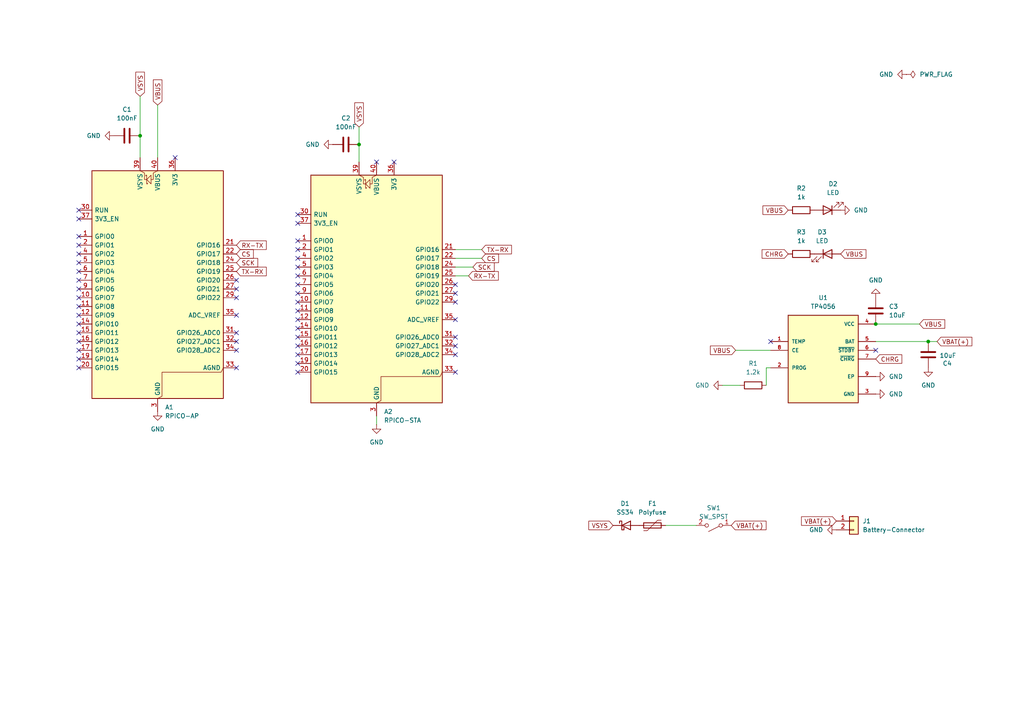
<source format=kicad_sch>
(kicad_sch (version 20250114) (generator "eeschema") (generator_version "9.0")
  (paper "A4")
  (lib_symbols
    (symbol "Connector_Generic:Conn_01x02" (pin_names (offset 1.016) (hide yes))
      (property "Reference" "J" (at 0 2.54 0))
      (property "Value" "Conn_01x02" (at 0 -5.08 0))
      (symbol "Conn_01x02_1_1"
        (rectangle (start -1.27 1.27) (end 1.27 -3.81) (stroke (width 0.254)) (fill (type background)))
        (rectangle (start -1.27 0.127) (end 0 -0.127) (stroke (width 0.1524)))
        (rectangle (start -1.27 -2.413) (end 0 -2.667) (stroke (width 0.1524)))
        (pin passive line (at -5.08 0 0) (length 3.81) (name "Pin_1") (number "1"))
        (pin passive line (at -5.08 -2.54 0) (length 3.81) (name "Pin_2") (number "2"))
      )
    )
    (symbol "Device:C" (pin_numbers (hide yes)) (pin_names (offset 0.254))
      (property "Reference" "C" (at 0.635 2.54 0))
      (property "Value" "C" (at 0.635 -2.54 0))
      (symbol "C_0_1"
        (polyline (pts (xy -2.032 0.762) (xy 2.032 0.762)) (stroke (width 0.508)))
        (polyline (pts (xy -2.032 -0.762) (xy 2.032 -0.762)) (stroke (width 0.508)))
      )
      (symbol "C_1_1"
        (pin passive line (at 0 3.81 270) (length 2.794) (name "~") (number "1"))
        (pin passive line (at 0 -3.81 90) (length 2.794) (name "~") (number "2"))
      )
    )
    (symbol "Device:LED" (pin_numbers (hide yes)) (pin_names (offset 1.016) (hide yes))
      (property "Reference" "D" (at 0 2.54 0))
      (property "Value" "LED" (at 0 -2.54 0))
      (symbol "LED_0_1"
        (polyline (pts (xy -3.048 -0.762) (xy -4.572 -2.286) (xy -3.81 -2.286) (xy -4.572 -2.286) (xy -4.572 -1.524)))
        (polyline (pts (xy -1.778 -0.762) (xy -3.302 -2.286) (xy -2.54 -2.286) (xy -3.302 -2.286) (xy -3.302 -1.524)))
        (polyline (pts (xy -1.27 0) (xy 1.27 0)))
        (polyline (pts (xy -1.27 -1.27) (xy -1.27 1.27)) (stroke (width 0.254)))
        (polyline (pts (xy 1.27 -1.27) (xy 1.27 1.27) (xy -1.27 0) (xy 1.27 -1.27)) (stroke (width 0.254)))
      )
      (symbol "LED_1_1"
        (pin passive line (at -3.81 0 0) (length 2.54) (name "K") (number "1"))
        (pin passive line (at 3.81 0 180) (length 2.54) (name "A") (number "2"))
      )
    )
    (symbol "Device:Polyfuse" (pin_numbers (hide yes)) (pin_names (offset 0))
      (property "Reference" "F" (at -2.54 0 90))
      (property "Value" "Polyfuse" (at 2.54 0 90))
      (symbol "Polyfuse_0_1"
        (polyline (pts (xy -1.524 2.54) (xy -1.524 1.524) (xy 1.524 -1.524) (xy 1.524 -2.54)))
        (rectangle (start -0.762 2.54) (end 0.762 -2.54) (stroke (width 0.254)))
        (polyline (pts (xy 0 2.54) (xy 0 -2.54)))
      )
      (symbol "Polyfuse_1_1"
        (pin passive line (at 0 3.81 270) (length 1.27) (name "~") (number "1"))
        (pin passive line (at 0 -3.81 90) (length 1.27) (name "~") (number "2"))
      )
    )
    (symbol "Device:R" (pin_numbers (hide yes)) (pin_names (offset 0))
      (property "Reference" "R" (at 2.032 0 90))
      (property "Value" "R" (at 0 0 90))
      (symbol "R_0_1"
        (rectangle (start -1.016 -2.54) (end 1.016 2.54) (stroke (width 0.254)))
      )
      (symbol "R_1_1"
        (pin passive line (at 0 3.81 270) (length 1.27) (name "~") (number "1"))
        (pin passive line (at 0 -3.81 90) (length 1.27) (name "~") (number "2"))
      )
    )
    (symbol "Diode:SS34" (pin_numbers (hide yes)) (pin_names (offset 1.016) (hide yes))
      (property "Reference" "D" (at 0 2.54 0))
      (property "Value" "SS34" (at 0 -2.54 0))
      (symbol "SS34_0_1"
        (polyline (pts (xy -1.905 0.635) (xy -1.905 1.27) (xy -1.27 1.27) (xy -1.27 -1.27) (xy -0.635 -1.27) (xy -0.635 -0.635)) (stroke (width 0.254)))
        (polyline (pts (xy 1.27 1.27) (xy 1.27 -1.27) (xy -1.27 0) (xy 1.27 1.27)) (stroke (width 0.254)))
        (polyline (pts (xy 1.27 0) (xy -1.27 0)))
      )
      (symbol "SS34_1_1"
        (pin passive line (at -3.81 0 0) (length 2.54) (name "K") (number "1"))
        (pin passive line (at 3.81 0 180) (length 2.54) (name "A") (number "2"))
      )
    )
    (symbol "GND_1" (power) (pin_numbers (hide yes)) (pin_names (offset 0) (hide yes))
      (property "Value" "GND" (at 0 -5.08 0))
      (symbol "GND_1_0_1"
        (polyline (pts (xy 0 0) (xy 0 -1.27) (xy 1.27 -1.27) (xy 0 -2.54) (xy -1.27 -1.27) (xy 0 -1.27)))
      )
      (symbol "GND_1_1_1"
        (pin power_in line (at 0 0 270) (length 0) (name "~") (number "1"))
      )
    )
    (symbol "MCU_Module:RaspberryPi_Pico" (pin_names (offset 0.762))
      (property "Reference" "A2" (at 2.1433 -34.29 0))
      (property "Value" "RPICO-STA" (at 2.1433 -36.83 0))
      (symbol "RaspberryPi_Pico_0_1"
        (rectangle (start -19.05 34.29) (end 19.05 -31.75) (stroke (width 0.254)) (fill (type background)))
        (polyline (pts (xy -5.08 34.29) (xy -3.81 33.655) (xy -3.81 31.75) (xy -3.175 31.75)))
        (polyline (pts (xy -3.429 32.766) (xy -3.429 33.02) (xy -3.175 33.02) (xy -3.175 30.48) (xy -2.921 30.48) (xy -2.921 30.734)))
        (polyline (pts (xy -3.175 31.75) (xy -1.905 33.02) (xy -1.905 30.48) (xy -3.175 31.75)))
        (polyline (pts (xy 0 34.29) (xy -1.27 33.655) (xy -1.27 31.75) (xy -1.905 31.75)))
        (polyline (pts (xy 0 -31.75) (xy 1.27 -31.115) (xy 1.27 -24.13) (xy 18.415 -24.13) (xy 19.05 -22.86)))
      )
      (symbol "RaspberryPi_Pico_1_1"
        (pin passive line (at -22.86 22.86 0) (length 3.81) (name "RUN") (number "30"))
        (pin passive line (at -22.86 20.32 0) (length 3.81) (name "3V3_EN") (number "37"))
        (pin bidirectional line (at -22.86 15.24 0) (length 3.81) (name "GPIO0") (number "1"))
        (pin bidirectional line (at -22.86 12.7 0) (length 3.81) (name "GPIO1") (number "2"))
        (pin bidirectional line (at -22.86 10.16 0) (length 3.81) (name "GPIO2") (number "4"))
        (pin bidirectional line (at -22.86 7.62 0) (length 3.81) (name "GPIO3") (number "5"))
        (pin bidirectional line (at -22.86 5.08 0) (length 3.81) (name "GPIO4") (number "6"))
        (pin bidirectional line (at -22.86 2.54 0) (length 3.81) (name "GPIO5") (number "7"))
        (pin bidirectional line (at -22.86 0 0) (length 3.81) (name "GPIO6") (number "9"))
        (pin bidirectional line (at -22.86 -2.54 0) (length 3.81) (name "GPIO7") (number "10"))
        (pin bidirectional line (at -22.86 -5.08 0) (length 3.81) (name "GPIO8") (number "11"))
        (pin bidirectional line (at -22.86 -7.62 0) (length 3.81) (name "GPIO9") (number "12"))
        (pin bidirectional line (at -22.86 -10.16 0) (length 3.81) (name "GPIO10") (number "14"))
        (pin bidirectional line (at -22.86 -12.7 0) (length 3.81) (name "GPIO11") (number "15"))
        (pin bidirectional line (at -22.86 -15.24 0) (length 3.81) (name "GPIO12") (number "16"))
        (pin bidirectional line (at -22.86 -17.78 0) (length 3.81) (name "GPIO13") (number "17"))
        (pin bidirectional line (at -22.86 -20.32 0) (length 3.81) (name "GPIO14") (number "19"))
        (pin bidirectional line (at -22.86 -22.86 0) (length 3.81) (name "GPIO15") (number "20"))
        (pin passive line (at -5.08 38.1 270) (length 3.81) (name "VSYS") (number "39"))
        (pin power_out line (at 0 38.1 270) (length 3.81) (name "VBUS") (number "40"))
        (pin passive line (at 0 -35.56 90) (length 3.81) (hide yes) (name "GND") (number "13"))
        (pin passive line (at 0 -35.56 90) (length 3.81) (hide yes) (name "GND") (number "18"))
        (pin passive line (at 0 -35.56 90) (length 3.81) (hide yes) (name "GND") (number "23"))
        (pin passive line (at 0 -35.56 90) (length 3.81) (hide yes) (name "GND") (number "28"))
        (pin passive line (at 0 -35.56 90) (length 3.81) (name "GND") (number "3"))
        (pin passive line (at 0 -35.56 90) (length 3.81) (hide yes) (name "GND") (number "38"))
        (pin passive line (at 0 -35.56 90) (length 3.81) (hide yes) (name "GND") (number "8"))
        (pin power_out line (at 5.08 38.1 270) (length 3.81) (name "3V3") (number "36"))
        (pin bidirectional line (at 22.86 12.7 180) (length 3.81) (name "GPIO16") (number "21"))
        (pin bidirectional line (at 22.86 10.16 180) (length 3.81) (name "GPIO17") (number "22"))
        (pin bidirectional line (at 22.86 7.62 180) (length 3.81) (name "GPIO18") (number "24"))
        (pin bidirectional line (at 22.86 5.08 180) (length 3.81) (name "GPIO19") (number "25"))
        (pin bidirectional line (at 22.86 2.54 180) (length 3.81) (name "GPIO20") (number "26"))
        (pin bidirectional line (at 22.86 0 180) (length 3.81) (name "GPIO21") (number "27"))
        (pin bidirectional line (at 22.86 -2.54 180) (length 3.81) (name "GPIO22") (number "29"))
        (pin power_in line (at 22.86 -7.62 180) (length 3.81) (name "ADC_VREF") (number "35"))
        (pin bidirectional line (at 22.86 -12.7 180) (length 3.81) (name "GPIO26_ADC0") (number "31"))
        (pin bidirectional line (at 22.86 -15.24 180) (length 3.81) (name "GPIO27_ADC1") (number "32"))
        (pin bidirectional line (at 22.86 -17.78 180) (length 3.81) (name "GPIO28_ADC2") (number "34"))
        (pin power_out line (at 22.86 -22.86 180) (length 3.81) (name "AGND") (number "33"))
      )
    )
    (symbol "RaspberryPi_Pico_1" (pin_names (offset 0.762))
      (property "Reference" "A1" (at 2.1433 -34.29 0))
      (property "Value" "RPICO-AP" (at 2.1433 -36.83 0))
      (symbol "RaspberryPi_Pico_1_0_1"
        (rectangle (start -19.05 34.29) (end 19.05 -31.75) (stroke (width 0.254)) (fill (type background)))
        (polyline (pts (xy -5.08 34.29) (xy -3.81 33.655) (xy -3.81 31.75) (xy -3.175 31.75)))
        (polyline (pts (xy -3.429 32.766) (xy -3.429 33.02) (xy -3.175 33.02) (xy -3.175 30.48) (xy -2.921 30.48) (xy -2.921 30.734)))
        (polyline (pts (xy -3.175 31.75) (xy -1.905 33.02) (xy -1.905 30.48) (xy -3.175 31.75)))
        (polyline (pts (xy 0 34.29) (xy -1.27 33.655) (xy -1.27 31.75) (xy -1.905 31.75)))
        (polyline (pts (xy 0 -31.75) (xy 1.27 -31.115) (xy 1.27 -24.13) (xy 18.415 -24.13) (xy 19.05 -22.86)))
      )
      (symbol "RaspberryPi_Pico_1_1_1"
        (pin passive line (at -22.86 22.86 0) (length 3.81) (name "RUN") (number "30"))
        (pin passive line (at -22.86 20.32 0) (length 3.81) (name "3V3_EN") (number "37"))
        (pin bidirectional line (at -22.86 15.24 0) (length 3.81) (name "GPIO0") (number "1"))
        (pin bidirectional line (at -22.86 12.7 0) (length 3.81) (name "GPIO1") (number "2"))
        (pin bidirectional line (at -22.86 10.16 0) (length 3.81) (name "GPIO2") (number "4"))
        (pin bidirectional line (at -22.86 7.62 0) (length 3.81) (name "GPIO3") (number "5"))
        (pin bidirectional line (at -22.86 5.08 0) (length 3.81) (name "GPIO4") (number "6"))
        (pin bidirectional line (at -22.86 2.54 0) (length 3.81) (name "GPIO5") (number "7"))
        (pin bidirectional line (at -22.86 0 0) (length 3.81) (name "GPIO6") (number "9"))
        (pin bidirectional line (at -22.86 -2.54 0) (length 3.81) (name "GPIO7") (number "10"))
        (pin bidirectional line (at -22.86 -5.08 0) (length 3.81) (name "GPIO8") (number "11"))
        (pin bidirectional line (at -22.86 -7.62 0) (length 3.81) (name "GPIO9") (number "12"))
        (pin bidirectional line (at -22.86 -10.16 0) (length 3.81) (name "GPIO10") (number "14"))
        (pin bidirectional line (at -22.86 -12.7 0) (length 3.81) (name "GPIO11") (number "15"))
        (pin bidirectional line (at -22.86 -15.24 0) (length 3.81) (name "GPIO12") (number "16"))
        (pin bidirectional line (at -22.86 -17.78 0) (length 3.81) (name "GPIO13") (number "17"))
        (pin bidirectional line (at -22.86 -20.32 0) (length 3.81) (name "GPIO14") (number "19"))
        (pin bidirectional line (at -22.86 -22.86 0) (length 3.81) (name "GPIO15") (number "20"))
        (pin passive line (at -5.08 38.1 270) (length 3.81) (name "VSYS") (number "39"))
        (pin power_out line (at 0 38.1 270) (length 3.81) (name "VBUS") (number "40"))
        (pin passive line (at 0 -35.56 90) (length 3.81) (hide yes) (name "GND") (number "13"))
        (pin passive line (at 0 -35.56 90) (length 3.81) (hide yes) (name "GND") (number "18"))
        (pin passive line (at 0 -35.56 90) (length 3.81) (hide yes) (name "GND") (number "23"))
        (pin passive line (at 0 -35.56 90) (length 3.81) (hide yes) (name "GND") (number "28"))
        (pin passive line (at 0 -35.56 90) (length 3.81) (name "GND") (number "3"))
        (pin passive line (at 0 -35.56 90) (length 3.81) (hide yes) (name "GND") (number "38"))
        (pin passive line (at 0 -35.56 90) (length 3.81) (hide yes) (name "GND") (number "8"))
        (pin power_out line (at 5.08 38.1 270) (length 3.81) (name "3V3") (number "36"))
        (pin bidirectional line (at 22.86 12.7 180) (length 3.81) (name "GPIO16") (number "21"))
        (pin bidirectional line (at 22.86 10.16 180) (length 3.81) (name "GPIO17") (number "22"))
        (pin bidirectional line (at 22.86 7.62 180) (length 3.81) (name "GPIO18") (number "24"))
        (pin bidirectional line (at 22.86 5.08 180) (length 3.81) (name "GPIO19") (number "25"))
        (pin bidirectional line (at 22.86 2.54 180) (length 3.81) (name "GPIO20") (number "26"))
        (pin bidirectional line (at 22.86 0 180) (length 3.81) (name "GPIO21") (number "27"))
        (pin bidirectional line (at 22.86 -2.54 180) (length 3.81) (name "GPIO22") (number "29"))
        (pin power_in line (at 22.86 -7.62 180) (length 3.81) (name "ADC_VREF") (number "35"))
        (pin bidirectional line (at 22.86 -12.7 180) (length 3.81) (name "GPIO26_ADC0") (number "31"))
        (pin bidirectional line (at 22.86 -15.24 180) (length 3.81) (name "GPIO27_ADC1") (number "32"))
        (pin bidirectional line (at 22.86 -17.78 180) (length 3.81) (name "GPIO28_ADC2") (number "34"))
        (pin power_out line (at 22.86 -22.86 180) (length 3.81) (name "AGND") (number "33"))
      )
    )
    (symbol "Switch:SW_SPST" (pin_names (offset 0) (hide yes))
      (property "Reference" "SW" (at 0 3.175 0))
      (property "Value" "SW_SPST" (at 0 -2.54 0))
      (symbol "SW_SPST_0_0"
        (circle (center -2.032 0) (radius 0.508))
        (polyline (pts (xy -1.524 0.254) (xy 1.524 1.778)))
        (circle (center 2.032 0) (radius 0.508))
      )
      (symbol "SW_SPST_1_1"
        (pin passive line (at -5.08 0 0) (length 2.54) (name "A") (number "1"))
        (pin passive line (at 5.08 0 180) (length 2.54) (name "B") (number "2"))
      )
    )
    (symbol "TP4056:TP4056" (pin_names (offset 1.016))
      (property "Reference" "U" (at -10.16 13.208 0))
      (property "Value" "TP4056" (at -10.16 -15.24 0))
      (symbol "TP4056_0_0"
        (rectangle (start -10.16 -12.7) (end 10.16 12.7) (stroke (width 0.254)) (fill (type background)))
        (pin input line (at -15.24 5.08 0) (length 5.08) (name "TEMP") (number "1"))
        (pin input line (at -15.24 2.54 0) (length 5.08) (name "CE") (number "8"))
        (pin bidirectional line (at -15.24 -2.54 0) (length 5.08) (name "PROG") (number "2"))
        (pin power_in line (at 15.24 10.16 180) (length 5.08) (name "VCC") (number "4"))
        (pin output line (at 15.24 5.08 180) (length 5.08) (name "BAT") (number "5"))
        (pin output line (at 15.24 2.54 180) (length 5.08) (name "~{STDBY}") (number "6"))
        (pin output line (at 15.24 0 180) (length 5.08) (name "~{CHRG}") (number "7"))
        (pin passive line (at 15.24 -5.08 180) (length 5.08) (name "EP") (number "9"))
        (pin power_in line (at 15.24 -10.16 180) (length 5.08) (name "GND") (number "3"))
      )
    )
    (symbol "power:GND" (power) (pin_numbers (hide yes)) (pin_names (offset 0) (hide yes))
      (property "Value" "GND" (at 0 -3.81 0))
      (symbol "GND_0_1"
        (polyline (pts (xy 0 0) (xy 0 -1.27) (xy 1.27 -1.27) (xy 0 -2.54) (xy -1.27 -1.27) (xy 0 -1.27)))
      )
      (symbol "GND_1_1"
        (pin power_in line (at 0 0 270) (length 0) (name "~") (number "1"))
      )
    )
    (symbol "power:PWR_FLAG" (power) (pin_numbers (hide yes)) (pin_names (offset 0) (hide yes))
      (property "Value" "PWR_FLAG" (at 0 3.81 0))
      (symbol "PWR_FLAG_0_0"
        (pin power_out line (at 0 0 90) (length 0) (name "~") (number "1"))
      )
      (symbol "PWR_FLAG_0_1"
        (polyline (pts (xy 0 0) (xy 0 1.27) (xy -1.016 1.905) (xy 0 2.54) (xy 1.016 1.905) (xy 0 1.27)))
      )
    )
  )
  (junction (at 104.14 41.91))
  (junction (at 254 93.98))
  (junction (at 269.24 99.06))
  (junction (at 40.64 39.37))
  (no_connect (at 86.36 80.01))
  (no_connect (at 50.8 45.72))
  (no_connect (at 86.36 74.93))
  (no_connect (at 86.36 69.85))
  (no_connect (at 86.36 92.71))
  (no_connect (at 132.08 102.87))
  (no_connect (at 22.86 93.98))
  (no_connect (at 132.08 107.95))
  (no_connect (at 68.58 106.68))
  (no_connect (at 86.36 77.47))
  (no_connect (at 68.58 86.36))
  (no_connect (at 86.36 82.55))
  (no_connect (at 22.86 88.9))
  (no_connect (at 22.86 78.74))
  (no_connect (at 132.08 87.63))
  (no_connect (at 86.36 62.23))
  (no_connect (at 68.58 91.44))
  (no_connect (at 22.86 101.6))
  (no_connect (at 68.58 101.6))
  (no_connect (at 22.86 63.5))
  (no_connect (at 254 101.6))
  (no_connect (at 114.3 46.99))
  (no_connect (at 22.86 76.2))
  (no_connect (at 22.86 60.96))
  (no_connect (at 86.36 107.95))
  (no_connect (at 68.58 96.52))
  (no_connect (at 22.86 68.58))
  (no_connect (at 22.86 81.28))
  (no_connect (at 86.36 97.79))
  (no_connect (at 86.36 87.63))
  (no_connect (at 86.36 102.87))
  (no_connect (at 22.86 83.82))
  (no_connect (at 132.08 92.71))
  (no_connect (at 22.86 104.14))
  (no_connect (at 86.36 100.33))
  (no_connect (at 223.52 99.06))
  (no_connect (at 22.86 96.52))
  (no_connect (at 86.36 90.17))
  (no_connect (at 86.36 72.39))
  (no_connect (at 132.08 85.09))
  (no_connect (at 68.58 81.28))
  (no_connect (at 86.36 95.25))
  (no_connect (at 132.08 82.55))
  (no_connect (at 109.22 46.99))
  (no_connect (at 132.08 97.79))
  (no_connect (at 86.36 105.41))
  (no_connect (at 22.86 86.36))
  (no_connect (at 22.86 71.12))
  (no_connect (at 68.58 83.82))
  (no_connect (at 86.36 85.09))
  (no_connect (at 22.86 106.68))
  (no_connect (at 132.08 100.33))
  (no_connect (at 22.86 99.06))
  (no_connect (at 22.86 91.44))
  (no_connect (at 86.36 64.77))
  (no_connect (at 22.86 73.66))
  (no_connect (at 68.58 99.06))
  (wire (pts (xy 132.08 74.93) (xy 139.7 74.93)))
  (wire (pts (xy 222.25 106.68) (xy 223.52 106.68)))
  (wire (pts (xy 104.14 36.83) (xy 104.14 41.91)))
  (wire (pts (xy 222.25 111.76) (xy 222.25 106.68)))
  (wire (pts (xy 45.72 30.48) (xy 45.72 45.72)))
  (wire (pts (xy 109.22 123.19) (xy 109.22 120.65)))
  (wire (pts (xy 266.7 93.98) (xy 254 93.98)))
  (wire (pts (xy 209.55 111.76) (xy 214.63 111.76)))
  (wire (pts (xy 254 99.06) (xy 269.24 99.06)))
  (wire (pts (xy 269.24 99.06) (xy 271.78 99.06)))
  (wire (pts (xy 40.64 27.94) (xy 40.64 39.37)))
  (wire (pts (xy 132.08 80.01) (xy 135.89 80.01)))
  (wire (pts (xy 213.36 101.6) (xy 223.52 101.6)))
  (wire (pts (xy 132.08 77.47) (xy 137.16 77.47)))
  (wire (pts (xy 104.14 41.91) (xy 104.14 46.99)))
  (wire (pts (xy 40.64 39.37) (xy 40.64 45.72)))
  (wire (pts (xy 193.04 152.4) (xy 201.93 152.4)))
  (wire (pts (xy 132.08 72.39) (xy 139.7 72.39)))
  (global_label "VBUS" (shape input) (at 243.84 73.66 0) (property "Intersheetrefs" "${INTERSHEET_REFS}" (effects (hide yes))))
  (global_label "TX-RX" (shape input) (at 139.7 72.39 0) (property "Intersheetrefs" "${INTERSHEET_REFS}" (effects (hide yes))))
  (global_label "TX-RX" (shape input) (at 68.58 78.74 0) (property "Intersheetrefs" "${INTERSHEET_REFS}" (effects (hide yes))))
  (global_label "VSYS" (shape input) (at 177.8 152.4 180) (property "Intersheetrefs" "${INTERSHEET_REFS}" (effects (hide yes))))
  (global_label "CS" (shape input) (at 68.58 73.66 0) (property "Intersheetrefs" "${INTERSHEET_REFS}" (effects (hide yes))))
  (global_label "SCK" (shape input) (at 68.58 76.2 0) (property "Intersheetrefs" "${INTERSHEET_REFS}" (effects (hide yes))))
  (global_label "CHRG" (shape input) (at 254 104.14 0) (property "Intersheetrefs" "${INTERSHEET_REFS}" (effects (hide yes))))
  (global_label "VBUS" (shape input) (at 213.36 101.6 180) (property "Intersheetrefs" "${INTERSHEET_REFS}" (effects (hide yes))))
  (global_label "CHRG" (shape input) (at 228.6 73.66 180) (property "Intersheetrefs" "${INTERSHEET_REFS}" (effects (hide yes))))
  (global_label "VBAT(+)" (shape input) (at 242.57 151.13 180) (property "Intersheetrefs" "${INTERSHEET_REFS}" (effects (hide yes))))
  (global_label "CS" (shape input) (at 139.7 74.93 0) (property "Intersheetrefs" "${INTERSHEET_REFS}" (effects (hide yes))))
  (global_label "RX-TX" (shape input) (at 135.89 80.01 0) (property "Intersheetrefs" "${INTERSHEET_REFS}" (effects (hide yes))))
  (global_label "VBAT(+)" (shape input) (at 212.09 152.4 0) (property "Intersheetrefs" "${INTERSHEET_REFS}" (effects (hide yes))))
  (global_label "VSYS" (shape input) (at 104.14 36.83 90) (property "Intersheetrefs" "${INTERSHEET_REFS}" (effects (hide yes))))
  (global_label "VBUS" (shape input) (at 228.6 60.96 180) (property "Intersheetrefs" "${INTERSHEET_REFS}" (effects (hide yes))))
  (global_label "VBAT(+)" (shape input) (at 271.78 99.06 0) (property "Intersheetrefs" "${INTERSHEET_REFS}" (effects (hide yes))))
  (global_label "RX-TX" (shape input) (at 68.58 71.12 0) (property "Intersheetrefs" "${INTERSHEET_REFS}" (effects (hide yes))))
  (global_label "VSYS" (shape input) (at 40.64 27.94 90) (property "Intersheetrefs" "${INTERSHEET_REFS}" (effects (hide yes))))
  (global_label "VBUS" (shape input) (at 45.72 30.48 90) (property "Intersheetrefs" "${INTERSHEET_REFS}" (effects (hide yes))))
  (global_label "SCK" (shape input) (at 137.16 77.47 0) (property "Intersheetrefs" "${INTERSHEET_REFS}" (effects (hide yes))))
  (global_label "VBUS" (shape input) (at 266.7 93.98 0) (property "Intersheetrefs" "${INTERSHEET_REFS}" (effects (hide yes))))
  (symbol (lib_id "TP4056:TP4056") (at 238.76 104.14 0) (unit 1)
    (property "Reference" "U1" (at 238.76 86.36 0))
    (property "Value" "TP4056" (at 238.76 88.9 0))
    (property "Footprint" "TP4056:SOP127P600X175-9N" (effects (hide yes)))
    (property "MF" "NanJing Top Power ASIC Corp." (effects (hide yes)))
    (property "MAXIMUM_PACKAGE_HEIGHT" "1.75mm" (effects (hide yes)))
    (property "Package" "Package" (effects (hide yes)))
    (property "Price" "None" (effects (hide yes)))
    (property "Check_prices" "https://www.snapeda.com/parts/TP4056/NanJing+Top+Power+ASIC+Corp./view-part/?ref=eda" (effects (hide yes)))
    (property "STANDARD" "IPC 7351B" (effects (hide yes)))
    (property "SnapEDA_Link" "https://www.snapeda.com/parts/TP4056/NanJing+Top+Power+ASIC+Corp./view-part/?ref=snap" (effects (hide yes)))
    (property "MP" "TP4056" (effects (hide yes)))
    (property "Description_1" "Complete single cell Li-Ion battery with a constant current / constant voltage linear charger" (effects (hide yes)))
    (property "Availability" "Not in stock" (effects (hide yes)))
    (property "MANUFACTURER" "NanJing Top Power ASIC Corp." (effects (hide yes)))
  )
  (symbol (lib_id "power:GND") (at 109.22 123.19 0) (unit 1)
    (property "Reference" "#PWR07" (effects (hide yes)))
    (property "Value" "GND" (at 109.22 128.27 0))
    (property "Description" "Power symbol creates a global label with name \"GND\" , ground" (effects (hide yes)))
  )
  (symbol (lib_id "power:GND") (at 254 109.22 90) (unit 1)
    (property "Reference" "#PWR09" (effects (hide yes)))
    (property "Value" "GND" (at 257.81 109.2199 90) (effects (justify right)))
    (property "Description" "Power symbol creates a global label with name \"GND\" , ground" (effects (hide yes)))
  )
  (symbol (lib_id "MCU_Module:RaspberryPi_Pico") (at 109.22 85.09 0) (unit 1)
    (property "Reference" "A2" (at 111.3633 119.38 0) (effects (justify left)))
    (property "Value" "RPICO-STA" (at 111.3633 121.92 0) (effects (justify left)))
    (property "Footprint" "Module:RaspberryPi_Pico_Common_THT" (effects (hide yes)))
    (property "Datasheet" "https://datasheets.raspberrypi.com/pico/pico-datasheet.pdf" (effects (hide yes)))
    (property "Description" "Versatile and inexpensive microcontroller module powered by RP2040 dual-core Arm Cortex-M0+ processor up to 133 MHz, 264kB SRAM, 2MB QSPI flash; also supports Raspberry Pi Pico 2" (effects (hide yes)))
  )
  (symbol (lib_id "power:GND") (at 262.89 21.59 270) (unit 1)
    (property "Reference" "#PWR01" (effects (hide yes)))
    (property "Value" "GND" (at 259.08 21.5899 90) (effects (justify right)))
    (property "Description" "Power symbol creates a global label with name \"GND\" , ground" (effects (hide yes)))
  )
  (symbol (lib_id "power:GND") (at 33.02 39.37 270) (unit 1)
    (property "Reference" "#PWR05" (effects (hide yes)))
    (property "Value" "GND" (at 29.21 39.3699 90) (effects (justify right)))
    (property "Description" "Power symbol creates a global label with name \"GND\" , ground" (effects (hide yes)))
  )
  (symbol (lib_name "RaspberryPi_Pico_1") (lib_id "MCU_Module:RaspberryPi_Pico") (at 45.72 83.82 0) (unit 1)
    (property "Reference" "A1" (at 47.8633 118.11 0) (effects (justify left)))
    (property "Value" "RPICO-AP" (at 47.8633 120.65 0) (effects (justify left)))
    (property "Footprint" "Module:RaspberryPi_Pico_Common_THT" (effects (hide yes)))
    (property "Datasheet" "https://datasheets.raspberrypi.com/pico/pico-datasheet.pdf" (effects (hide yes)))
    (property "Description" "Versatile and inexpensive microcontroller module powered by RP2040 dual-core Arm Cortex-M0+ processor up to 133 MHz, 264kB SRAM, 2MB QSPI flash; also supports Raspberry Pi Pico 2" (effects (hide yes)))
  )
  (symbol (lib_id "power:GND") (at 209.55 111.76 270) (unit 1)
    (property "Reference" "#PWR08" (effects (hide yes)))
    (property "Value" "GND" (at 205.74 111.7599 90) (effects (justify right)))
    (property "Description" "Power symbol creates a global label with name \"GND\" , ground" (effects (hide yes)))
  )
  (symbol (lib_id "Switch:SW_SPST") (at 207.01 152.4 180) (unit 1)
    (property "Reference" "SW1" (at 207.01 147.32 0))
    (property "Value" "SW_SPST" (at 207.01 149.86 0))
    (property "Footprint" "Button_Switch_THT:SW_Slide_SPDT_Angled_CK_OS102011MA1Q" (effects (hide yes)))
    (property "Description" "Single Pole Single Throw (SPST) switch" (effects (hide yes)))
  )
  (symbol (lib_id "power:GND") (at 242.57 153.67 270) (unit 1)
    (property "Reference" "#PWR011" (effects (hide yes)))
    (property "Value" "GND" (at 238.76 153.6699 90) (effects (justify right)))
    (property "Description" "Power symbol creates a global label with name \"GND\" , ground" (effects (hide yes)))
  )
  (symbol (lib_id "Device:C") (at 269.24 102.87 180) (unit 1)
    (property "Reference" "C4" (at 276.098 105.41 0) (effects (justify left)))
    (property "Value" "10uF" (at 277.368 103.124 0) (effects (justify left)))
    (property "Footprint" "Capacitor_THT:C_Radial_D5.0mm_H11.0mm_P2.00mm" (effects (hide yes)))
    (property "Description" "Unpolarized capacitor" (effects (hide yes)))
  )
  (symbol (lib_id "power:GND") (at 243.84 60.96 90) (unit 1)
    (property "Reference" "#PWR012" (effects (hide yes)))
    (property "Value" "GND" (at 247.65 60.9599 90) (effects (justify right)))
    (property "Description" "Power symbol creates a global label with name \"GND\" , ground" (effects (hide yes)))
  )
  (symbol (lib_id "power:GND") (at 254 114.3 90) (unit 1)
    (property "Reference" "#PWR010" (effects (hide yes)))
    (property "Value" "GND" (at 257.81 114.2999 90) (effects (justify right)))
    (property "Description" "Power symbol creates a global label with name \"GND\" , ground" (effects (hide yes)))
  )
  (symbol (lib_id "Device:C") (at 254 90.17 0) (unit 1)
    (property "Reference" "C3" (at 257.81 88.8999 0) (effects (justify left)))
    (property "Value" "10uF" (at 257.81 91.4399 0) (effects (justify left)))
    (property "Footprint" "Capacitor_THT:C_Radial_D5.0mm_H11.0mm_P2.00mm" (effects (hide yes)))
    (property "Description" "Unpolarized capacitor" (effects (hide yes)))
  )
  (symbol (lib_id "Device:C") (at 100.33 41.91 270) (unit 1)
    (property "Reference" "C2" (at 100.33 34.29 90))
    (property "Value" "100nF" (at 100.33 36.83 90))
    (property "Footprint" "Capacitor_THT:C_Disc_D5.0mm_W2.5mm_P2.50mm" (effects (hide yes)))
    (property "Description" "Unpolarized capacitor" (effects (hide yes)))
  )
  (symbol (lib_name "GND_1") (lib_id "power:GND") (at 269.24 106.68 0) (unit 1)
    (property "Reference" "#PWR03" (effects (hide yes)))
    (property "Value" "GND" (at 269.24 111.76 0))
    (property "Description" "Power symbol creates a global label with name \"GND\" , ground" (effects (hide yes)))
  )
  (symbol (lib_id "power:PWR_FLAG") (at 262.89 21.59 270) (unit 1)
    (property "Reference" "#FLG01" (effects (hide yes)))
    (property "Value" "PWR_FLAG" (at 266.7 21.5899 90) (effects (justify left)))
    (property "Description" "Special symbol for telling ERC where power comes from" (effects (hide yes)))
  )
  (symbol (lib_id "power:GND") (at 45.72 119.38 0) (unit 1)
    (property "Reference" "#PWR06" (effects (hide yes)))
    (property "Value" "GND" (at 45.72 124.46 0))
    (property "Description" "Power symbol creates a global label with name \"GND\" , ground" (effects (hide yes)))
  )
  (symbol (lib_id "power:GND") (at 254 86.36 180) (unit 1)
    (property "Reference" "#PWR013" (effects (hide yes)))
    (property "Value" "GND" (at 254 81.28 0))
    (property "Description" "Power symbol creates a global label with name \"GND\" , ground" (effects (hide yes)))
  )
  (symbol (lib_id "Device:Polyfuse") (at 189.23 152.4 90) (unit 1)
    (property "Reference" "F1" (at 189.23 146.05 90))
    (property "Value" "Polyfuse" (at 189.23 148.59 90))
    (property "Footprint" "Fuse:Fuse_BelFuse_0ZRE0005FF_L8.3mm_W3.8mm" (effects (hide yes)))
    (property "Description" "Resettable fuse, polymeric positive temperature coefficient" (effects (hide yes)))
  )
  (symbol (lib_id "power:GND") (at 96.52 41.91 270) (unit 1)
    (property "Reference" "#PWR04" (effects (hide yes)))
    (property "Value" "GND" (at 92.71 41.9099 90) (effects (justify right)))
    (property "Description" "Power symbol creates a global label with name \"GND\" , ground" (effects (hide yes)))
  )
  (symbol (lib_id "Device:R") (at 232.41 60.96 90) (unit 1)
    (property "Reference" "R2" (at 232.41 54.61 90))
    (property "Value" "1k" (at 232.41 57.15 90))
    (property "Footprint" "Resistor_THT:R_Axial_DIN0207_L6.3mm_D2.5mm_P7.62mm_Horizontal" (effects (hide yes)))
    (property "Description" "Resistor" (effects (hide yes)))
  )
  (symbol (lib_id "Diode:SS34") (at 181.61 152.4 0) (unit 1)
    (property "Reference" "D1" (at 181.2925 146.05 0))
    (property "Value" "SS34" (at 181.2925 148.59 0))
    (property "Footprint" "Diode_THT:D_DO-41_SOD81_P7.62mm_Horizontal" (effects (hide yes)))
    (property "Datasheet" "https://www.vishay.com/docs/88751/ss32.pdf" (effects (hide yes)))
    (property "Description" "40V 3A Schottky Diode, SMA" (effects (hide yes)))
  )
  (symbol (lib_id "Connector_Generic:Conn_01x02") (at 247.65 151.13 0) (unit 1)
    (property "Reference" "J1" (at 250.19 151.1299 0) (effects (justify left)))
    (property "Value" "Battery-Connector" (at 250.19 153.6699 0) (effects (justify left)))
    (property "Footprint" "Connector_JST:JST_PH_S2B-PH-K_1x02_P2.00mm_Horizontal" (effects (hide yes)))
    (property "Description" "Generic connector, single row, 01x02, script generated (kicad-library-utils/schlib/autogen/connector/)" (effects (hide yes)))
  )
  (symbol (lib_id "Device:LED") (at 240.03 73.66 0) (unit 1)
    (property "Reference" "D3" (at 238.4425 67.31 0))
    (property "Value" "LED" (at 238.4425 69.85 0))
    (property "Footprint" "LED_THT:LED_D5.0mm" (effects (hide yes)))
    (property "Description" "Light emitting diode" (effects (hide yes)))
    (property "Sim.Pins" "1=K 2=A" (effects (hide yes)))
  )
  (symbol (lib_id "Device:R") (at 232.41 73.66 90) (unit 1)
    (property "Reference" "R3" (at 232.41 67.31 90))
    (property "Value" "1k" (at 232.41 69.85 90))
    (property "Footprint" "Resistor_THT:R_Axial_DIN0207_L6.3mm_D2.5mm_P7.62mm_Horizontal" (effects (hide yes)))
    (property "Description" "Resistor" (effects (hide yes)))
  )
  (symbol (lib_id "Device:LED") (at 240.03 60.96 180) (unit 1)
    (property "Reference" "D2" (at 241.6175 53.34 0))
    (property "Value" "LED" (at 241.6175 55.88 0))
    (property "Footprint" "LED_THT:LED_D5.0mm" (effects (hide yes)))
    (property "Description" "Light emitting diode" (effects (hide yes)))
    (property "Sim.Pins" "1=K 2=A" (effects (hide yes)))
  )
  (symbol (lib_id "Device:C") (at 36.83 39.37 270) (unit 1)
    (property "Reference" "C1" (at 36.83 31.75 90))
    (property "Value" "100nF" (at 36.83 34.29 90))
    (property "Footprint" "Capacitor_THT:C_Disc_D5.0mm_W2.5mm_P2.50mm" (effects (hide yes)))
    (property "Description" "Unpolarized capacitor" (effects (hide yes)))
  )
  (symbol (lib_id "Device:R") (at 218.44 111.76 90) (unit 1)
    (property "Reference" "R1" (at 218.44 105.41 90))
    (property "Value" "1.2k" (at 218.44 107.95 90))
    (property "Footprint" "Resistor_THT:R_Axial_DIN0207_L6.3mm_D2.5mm_P7.62mm_Horizontal" (effects (hide yes)))
    (property "Description" "Resistor" (effects (hide yes)))
  )
)
</source>
